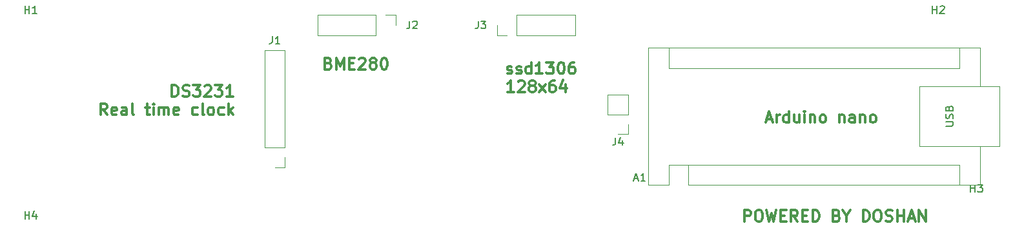
<source format=gto>
G04 #@! TF.GenerationSoftware,KiCad,Pcbnew,7.0.5*
G04 #@! TF.CreationDate,2023-07-11T17:47:05+06:00*
G04 #@! TF.ProjectId,Meteo_braslet,4d657465-6f5f-4627-9261-736c65742e6b,rev?*
G04 #@! TF.SameCoordinates,Original*
G04 #@! TF.FileFunction,Legend,Top*
G04 #@! TF.FilePolarity,Positive*
%FSLAX46Y46*%
G04 Gerber Fmt 4.6, Leading zero omitted, Abs format (unit mm)*
G04 Created by KiCad (PCBNEW 7.0.5) date 2023-07-11 17:47:05*
%MOMM*%
%LPD*%
G01*
G04 APERTURE LIST*
%ADD10C,0.300000*%
%ADD11C,0.150000*%
%ADD12C,0.120000*%
%ADD13C,2.500000*%
%ADD14R,1.700000X1.700000*%
%ADD15O,1.700000X1.700000*%
%ADD16R,1.600000X1.600000*%
%ADD17O,1.600000X1.600000*%
G04 APERTURE END LIST*
D10*
X134554510Y-65800828D02*
X134554510Y-64300828D01*
X134554510Y-64300828D02*
X135125939Y-64300828D01*
X135125939Y-64300828D02*
X135268796Y-64372257D01*
X135268796Y-64372257D02*
X135340225Y-64443685D01*
X135340225Y-64443685D02*
X135411653Y-64586542D01*
X135411653Y-64586542D02*
X135411653Y-64800828D01*
X135411653Y-64800828D02*
X135340225Y-64943685D01*
X135340225Y-64943685D02*
X135268796Y-65015114D01*
X135268796Y-65015114D02*
X135125939Y-65086542D01*
X135125939Y-65086542D02*
X134554510Y-65086542D01*
X136340225Y-64300828D02*
X136625939Y-64300828D01*
X136625939Y-64300828D02*
X136768796Y-64372257D01*
X136768796Y-64372257D02*
X136911653Y-64515114D01*
X136911653Y-64515114D02*
X136983082Y-64800828D01*
X136983082Y-64800828D02*
X136983082Y-65300828D01*
X136983082Y-65300828D02*
X136911653Y-65586542D01*
X136911653Y-65586542D02*
X136768796Y-65729400D01*
X136768796Y-65729400D02*
X136625939Y-65800828D01*
X136625939Y-65800828D02*
X136340225Y-65800828D01*
X136340225Y-65800828D02*
X136197368Y-65729400D01*
X136197368Y-65729400D02*
X136054510Y-65586542D01*
X136054510Y-65586542D02*
X135983082Y-65300828D01*
X135983082Y-65300828D02*
X135983082Y-64800828D01*
X135983082Y-64800828D02*
X136054510Y-64515114D01*
X136054510Y-64515114D02*
X136197368Y-64372257D01*
X136197368Y-64372257D02*
X136340225Y-64300828D01*
X137483082Y-64300828D02*
X137840225Y-65800828D01*
X137840225Y-65800828D02*
X138125939Y-64729400D01*
X138125939Y-64729400D02*
X138411654Y-65800828D01*
X138411654Y-65800828D02*
X138768797Y-64300828D01*
X139340225Y-65015114D02*
X139840225Y-65015114D01*
X140054511Y-65800828D02*
X139340225Y-65800828D01*
X139340225Y-65800828D02*
X139340225Y-64300828D01*
X139340225Y-64300828D02*
X140054511Y-64300828D01*
X141554511Y-65800828D02*
X141054511Y-65086542D01*
X140697368Y-65800828D02*
X140697368Y-64300828D01*
X140697368Y-64300828D02*
X141268797Y-64300828D01*
X141268797Y-64300828D02*
X141411654Y-64372257D01*
X141411654Y-64372257D02*
X141483083Y-64443685D01*
X141483083Y-64443685D02*
X141554511Y-64586542D01*
X141554511Y-64586542D02*
X141554511Y-64800828D01*
X141554511Y-64800828D02*
X141483083Y-64943685D01*
X141483083Y-64943685D02*
X141411654Y-65015114D01*
X141411654Y-65015114D02*
X141268797Y-65086542D01*
X141268797Y-65086542D02*
X140697368Y-65086542D01*
X142197368Y-65015114D02*
X142697368Y-65015114D01*
X142911654Y-65800828D02*
X142197368Y-65800828D01*
X142197368Y-65800828D02*
X142197368Y-64300828D01*
X142197368Y-64300828D02*
X142911654Y-64300828D01*
X143554511Y-65800828D02*
X143554511Y-64300828D01*
X143554511Y-64300828D02*
X143911654Y-64300828D01*
X143911654Y-64300828D02*
X144125940Y-64372257D01*
X144125940Y-64372257D02*
X144268797Y-64515114D01*
X144268797Y-64515114D02*
X144340226Y-64657971D01*
X144340226Y-64657971D02*
X144411654Y-64943685D01*
X144411654Y-64943685D02*
X144411654Y-65157971D01*
X144411654Y-65157971D02*
X144340226Y-65443685D01*
X144340226Y-65443685D02*
X144268797Y-65586542D01*
X144268797Y-65586542D02*
X144125940Y-65729400D01*
X144125940Y-65729400D02*
X143911654Y-65800828D01*
X143911654Y-65800828D02*
X143554511Y-65800828D01*
X146697368Y-65015114D02*
X146911654Y-65086542D01*
X146911654Y-65086542D02*
X146983083Y-65157971D01*
X146983083Y-65157971D02*
X147054511Y-65300828D01*
X147054511Y-65300828D02*
X147054511Y-65515114D01*
X147054511Y-65515114D02*
X146983083Y-65657971D01*
X146983083Y-65657971D02*
X146911654Y-65729400D01*
X146911654Y-65729400D02*
X146768797Y-65800828D01*
X146768797Y-65800828D02*
X146197368Y-65800828D01*
X146197368Y-65800828D02*
X146197368Y-64300828D01*
X146197368Y-64300828D02*
X146697368Y-64300828D01*
X146697368Y-64300828D02*
X146840226Y-64372257D01*
X146840226Y-64372257D02*
X146911654Y-64443685D01*
X146911654Y-64443685D02*
X146983083Y-64586542D01*
X146983083Y-64586542D02*
X146983083Y-64729400D01*
X146983083Y-64729400D02*
X146911654Y-64872257D01*
X146911654Y-64872257D02*
X146840226Y-64943685D01*
X146840226Y-64943685D02*
X146697368Y-65015114D01*
X146697368Y-65015114D02*
X146197368Y-65015114D01*
X147983083Y-65086542D02*
X147983083Y-65800828D01*
X147483083Y-64300828D02*
X147983083Y-65086542D01*
X147983083Y-65086542D02*
X148483083Y-64300828D01*
X150125939Y-65800828D02*
X150125939Y-64300828D01*
X150125939Y-64300828D02*
X150483082Y-64300828D01*
X150483082Y-64300828D02*
X150697368Y-64372257D01*
X150697368Y-64372257D02*
X150840225Y-64515114D01*
X150840225Y-64515114D02*
X150911654Y-64657971D01*
X150911654Y-64657971D02*
X150983082Y-64943685D01*
X150983082Y-64943685D02*
X150983082Y-65157971D01*
X150983082Y-65157971D02*
X150911654Y-65443685D01*
X150911654Y-65443685D02*
X150840225Y-65586542D01*
X150840225Y-65586542D02*
X150697368Y-65729400D01*
X150697368Y-65729400D02*
X150483082Y-65800828D01*
X150483082Y-65800828D02*
X150125939Y-65800828D01*
X151911654Y-64300828D02*
X152197368Y-64300828D01*
X152197368Y-64300828D02*
X152340225Y-64372257D01*
X152340225Y-64372257D02*
X152483082Y-64515114D01*
X152483082Y-64515114D02*
X152554511Y-64800828D01*
X152554511Y-64800828D02*
X152554511Y-65300828D01*
X152554511Y-65300828D02*
X152483082Y-65586542D01*
X152483082Y-65586542D02*
X152340225Y-65729400D01*
X152340225Y-65729400D02*
X152197368Y-65800828D01*
X152197368Y-65800828D02*
X151911654Y-65800828D01*
X151911654Y-65800828D02*
X151768797Y-65729400D01*
X151768797Y-65729400D02*
X151625939Y-65586542D01*
X151625939Y-65586542D02*
X151554511Y-65300828D01*
X151554511Y-65300828D02*
X151554511Y-64800828D01*
X151554511Y-64800828D02*
X151625939Y-64515114D01*
X151625939Y-64515114D02*
X151768797Y-64372257D01*
X151768797Y-64372257D02*
X151911654Y-64300828D01*
X153125940Y-65729400D02*
X153340226Y-65800828D01*
X153340226Y-65800828D02*
X153697368Y-65800828D01*
X153697368Y-65800828D02*
X153840226Y-65729400D01*
X153840226Y-65729400D02*
X153911654Y-65657971D01*
X153911654Y-65657971D02*
X153983083Y-65515114D01*
X153983083Y-65515114D02*
X153983083Y-65372257D01*
X153983083Y-65372257D02*
X153911654Y-65229400D01*
X153911654Y-65229400D02*
X153840226Y-65157971D01*
X153840226Y-65157971D02*
X153697368Y-65086542D01*
X153697368Y-65086542D02*
X153411654Y-65015114D01*
X153411654Y-65015114D02*
X153268797Y-64943685D01*
X153268797Y-64943685D02*
X153197368Y-64872257D01*
X153197368Y-64872257D02*
X153125940Y-64729400D01*
X153125940Y-64729400D02*
X153125940Y-64586542D01*
X153125940Y-64586542D02*
X153197368Y-64443685D01*
X153197368Y-64443685D02*
X153268797Y-64372257D01*
X153268797Y-64372257D02*
X153411654Y-64300828D01*
X153411654Y-64300828D02*
X153768797Y-64300828D01*
X153768797Y-64300828D02*
X153983083Y-64372257D01*
X154625939Y-65800828D02*
X154625939Y-64300828D01*
X154625939Y-65015114D02*
X155483082Y-65015114D01*
X155483082Y-65800828D02*
X155483082Y-64300828D01*
X156125940Y-65372257D02*
X156840226Y-65372257D01*
X155983083Y-65800828D02*
X156483083Y-64300828D01*
X156483083Y-64300828D02*
X156983083Y-65800828D01*
X157483082Y-65800828D02*
X157483082Y-64300828D01*
X157483082Y-64300828D02*
X158340225Y-65800828D01*
X158340225Y-65800828D02*
X158340225Y-64300828D01*
X59516919Y-49385828D02*
X59516919Y-47885828D01*
X59516919Y-47885828D02*
X59874062Y-47885828D01*
X59874062Y-47885828D02*
X60088348Y-47957257D01*
X60088348Y-47957257D02*
X60231205Y-48100114D01*
X60231205Y-48100114D02*
X60302634Y-48242971D01*
X60302634Y-48242971D02*
X60374062Y-48528685D01*
X60374062Y-48528685D02*
X60374062Y-48742971D01*
X60374062Y-48742971D02*
X60302634Y-49028685D01*
X60302634Y-49028685D02*
X60231205Y-49171542D01*
X60231205Y-49171542D02*
X60088348Y-49314400D01*
X60088348Y-49314400D02*
X59874062Y-49385828D01*
X59874062Y-49385828D02*
X59516919Y-49385828D01*
X60945491Y-49314400D02*
X61159777Y-49385828D01*
X61159777Y-49385828D02*
X61516919Y-49385828D01*
X61516919Y-49385828D02*
X61659777Y-49314400D01*
X61659777Y-49314400D02*
X61731205Y-49242971D01*
X61731205Y-49242971D02*
X61802634Y-49100114D01*
X61802634Y-49100114D02*
X61802634Y-48957257D01*
X61802634Y-48957257D02*
X61731205Y-48814400D01*
X61731205Y-48814400D02*
X61659777Y-48742971D01*
X61659777Y-48742971D02*
X61516919Y-48671542D01*
X61516919Y-48671542D02*
X61231205Y-48600114D01*
X61231205Y-48600114D02*
X61088348Y-48528685D01*
X61088348Y-48528685D02*
X61016919Y-48457257D01*
X61016919Y-48457257D02*
X60945491Y-48314400D01*
X60945491Y-48314400D02*
X60945491Y-48171542D01*
X60945491Y-48171542D02*
X61016919Y-48028685D01*
X61016919Y-48028685D02*
X61088348Y-47957257D01*
X61088348Y-47957257D02*
X61231205Y-47885828D01*
X61231205Y-47885828D02*
X61588348Y-47885828D01*
X61588348Y-47885828D02*
X61802634Y-47957257D01*
X62302633Y-47885828D02*
X63231205Y-47885828D01*
X63231205Y-47885828D02*
X62731205Y-48457257D01*
X62731205Y-48457257D02*
X62945490Y-48457257D01*
X62945490Y-48457257D02*
X63088348Y-48528685D01*
X63088348Y-48528685D02*
X63159776Y-48600114D01*
X63159776Y-48600114D02*
X63231205Y-48742971D01*
X63231205Y-48742971D02*
X63231205Y-49100114D01*
X63231205Y-49100114D02*
X63159776Y-49242971D01*
X63159776Y-49242971D02*
X63088348Y-49314400D01*
X63088348Y-49314400D02*
X62945490Y-49385828D01*
X62945490Y-49385828D02*
X62516919Y-49385828D01*
X62516919Y-49385828D02*
X62374062Y-49314400D01*
X62374062Y-49314400D02*
X62302633Y-49242971D01*
X63802633Y-48028685D02*
X63874061Y-47957257D01*
X63874061Y-47957257D02*
X64016919Y-47885828D01*
X64016919Y-47885828D02*
X64374061Y-47885828D01*
X64374061Y-47885828D02*
X64516919Y-47957257D01*
X64516919Y-47957257D02*
X64588347Y-48028685D01*
X64588347Y-48028685D02*
X64659776Y-48171542D01*
X64659776Y-48171542D02*
X64659776Y-48314400D01*
X64659776Y-48314400D02*
X64588347Y-48528685D01*
X64588347Y-48528685D02*
X63731204Y-49385828D01*
X63731204Y-49385828D02*
X64659776Y-49385828D01*
X65159775Y-47885828D02*
X66088347Y-47885828D01*
X66088347Y-47885828D02*
X65588347Y-48457257D01*
X65588347Y-48457257D02*
X65802632Y-48457257D01*
X65802632Y-48457257D02*
X65945490Y-48528685D01*
X65945490Y-48528685D02*
X66016918Y-48600114D01*
X66016918Y-48600114D02*
X66088347Y-48742971D01*
X66088347Y-48742971D02*
X66088347Y-49100114D01*
X66088347Y-49100114D02*
X66016918Y-49242971D01*
X66016918Y-49242971D02*
X65945490Y-49314400D01*
X65945490Y-49314400D02*
X65802632Y-49385828D01*
X65802632Y-49385828D02*
X65374061Y-49385828D01*
X65374061Y-49385828D02*
X65231204Y-49314400D01*
X65231204Y-49314400D02*
X65159775Y-49242971D01*
X67516918Y-49385828D02*
X66659775Y-49385828D01*
X67088346Y-49385828D02*
X67088346Y-47885828D01*
X67088346Y-47885828D02*
X66945489Y-48100114D01*
X66945489Y-48100114D02*
X66802632Y-48242971D01*
X66802632Y-48242971D02*
X66659775Y-48314400D01*
X51016918Y-51800828D02*
X50516918Y-51086542D01*
X50159775Y-51800828D02*
X50159775Y-50300828D01*
X50159775Y-50300828D02*
X50731204Y-50300828D01*
X50731204Y-50300828D02*
X50874061Y-50372257D01*
X50874061Y-50372257D02*
X50945490Y-50443685D01*
X50945490Y-50443685D02*
X51016918Y-50586542D01*
X51016918Y-50586542D02*
X51016918Y-50800828D01*
X51016918Y-50800828D02*
X50945490Y-50943685D01*
X50945490Y-50943685D02*
X50874061Y-51015114D01*
X50874061Y-51015114D02*
X50731204Y-51086542D01*
X50731204Y-51086542D02*
X50159775Y-51086542D01*
X52231204Y-51729400D02*
X52088347Y-51800828D01*
X52088347Y-51800828D02*
X51802633Y-51800828D01*
X51802633Y-51800828D02*
X51659775Y-51729400D01*
X51659775Y-51729400D02*
X51588347Y-51586542D01*
X51588347Y-51586542D02*
X51588347Y-51015114D01*
X51588347Y-51015114D02*
X51659775Y-50872257D01*
X51659775Y-50872257D02*
X51802633Y-50800828D01*
X51802633Y-50800828D02*
X52088347Y-50800828D01*
X52088347Y-50800828D02*
X52231204Y-50872257D01*
X52231204Y-50872257D02*
X52302633Y-51015114D01*
X52302633Y-51015114D02*
X52302633Y-51157971D01*
X52302633Y-51157971D02*
X51588347Y-51300828D01*
X53588347Y-51800828D02*
X53588347Y-51015114D01*
X53588347Y-51015114D02*
X53516918Y-50872257D01*
X53516918Y-50872257D02*
X53374061Y-50800828D01*
X53374061Y-50800828D02*
X53088347Y-50800828D01*
X53088347Y-50800828D02*
X52945489Y-50872257D01*
X53588347Y-51729400D02*
X53445489Y-51800828D01*
X53445489Y-51800828D02*
X53088347Y-51800828D01*
X53088347Y-51800828D02*
X52945489Y-51729400D01*
X52945489Y-51729400D02*
X52874061Y-51586542D01*
X52874061Y-51586542D02*
X52874061Y-51443685D01*
X52874061Y-51443685D02*
X52945489Y-51300828D01*
X52945489Y-51300828D02*
X53088347Y-51229400D01*
X53088347Y-51229400D02*
X53445489Y-51229400D01*
X53445489Y-51229400D02*
X53588347Y-51157971D01*
X54516918Y-51800828D02*
X54374061Y-51729400D01*
X54374061Y-51729400D02*
X54302632Y-51586542D01*
X54302632Y-51586542D02*
X54302632Y-50300828D01*
X56016918Y-50800828D02*
X56588346Y-50800828D01*
X56231203Y-50300828D02*
X56231203Y-51586542D01*
X56231203Y-51586542D02*
X56302632Y-51729400D01*
X56302632Y-51729400D02*
X56445489Y-51800828D01*
X56445489Y-51800828D02*
X56588346Y-51800828D01*
X57088346Y-51800828D02*
X57088346Y-50800828D01*
X57088346Y-50300828D02*
X57016918Y-50372257D01*
X57016918Y-50372257D02*
X57088346Y-50443685D01*
X57088346Y-50443685D02*
X57159775Y-50372257D01*
X57159775Y-50372257D02*
X57088346Y-50300828D01*
X57088346Y-50300828D02*
X57088346Y-50443685D01*
X57802632Y-51800828D02*
X57802632Y-50800828D01*
X57802632Y-50943685D02*
X57874061Y-50872257D01*
X57874061Y-50872257D02*
X58016918Y-50800828D01*
X58016918Y-50800828D02*
X58231204Y-50800828D01*
X58231204Y-50800828D02*
X58374061Y-50872257D01*
X58374061Y-50872257D02*
X58445490Y-51015114D01*
X58445490Y-51015114D02*
X58445490Y-51800828D01*
X58445490Y-51015114D02*
X58516918Y-50872257D01*
X58516918Y-50872257D02*
X58659775Y-50800828D01*
X58659775Y-50800828D02*
X58874061Y-50800828D01*
X58874061Y-50800828D02*
X59016918Y-50872257D01*
X59016918Y-50872257D02*
X59088347Y-51015114D01*
X59088347Y-51015114D02*
X59088347Y-51800828D01*
X60374061Y-51729400D02*
X60231204Y-51800828D01*
X60231204Y-51800828D02*
X59945490Y-51800828D01*
X59945490Y-51800828D02*
X59802632Y-51729400D01*
X59802632Y-51729400D02*
X59731204Y-51586542D01*
X59731204Y-51586542D02*
X59731204Y-51015114D01*
X59731204Y-51015114D02*
X59802632Y-50872257D01*
X59802632Y-50872257D02*
X59945490Y-50800828D01*
X59945490Y-50800828D02*
X60231204Y-50800828D01*
X60231204Y-50800828D02*
X60374061Y-50872257D01*
X60374061Y-50872257D02*
X60445490Y-51015114D01*
X60445490Y-51015114D02*
X60445490Y-51157971D01*
X60445490Y-51157971D02*
X59731204Y-51300828D01*
X62874061Y-51729400D02*
X62731203Y-51800828D01*
X62731203Y-51800828D02*
X62445489Y-51800828D01*
X62445489Y-51800828D02*
X62302632Y-51729400D01*
X62302632Y-51729400D02*
X62231203Y-51657971D01*
X62231203Y-51657971D02*
X62159775Y-51515114D01*
X62159775Y-51515114D02*
X62159775Y-51086542D01*
X62159775Y-51086542D02*
X62231203Y-50943685D01*
X62231203Y-50943685D02*
X62302632Y-50872257D01*
X62302632Y-50872257D02*
X62445489Y-50800828D01*
X62445489Y-50800828D02*
X62731203Y-50800828D01*
X62731203Y-50800828D02*
X62874061Y-50872257D01*
X63731203Y-51800828D02*
X63588346Y-51729400D01*
X63588346Y-51729400D02*
X63516917Y-51586542D01*
X63516917Y-51586542D02*
X63516917Y-50300828D01*
X64516917Y-51800828D02*
X64374060Y-51729400D01*
X64374060Y-51729400D02*
X64302631Y-51657971D01*
X64302631Y-51657971D02*
X64231203Y-51515114D01*
X64231203Y-51515114D02*
X64231203Y-51086542D01*
X64231203Y-51086542D02*
X64302631Y-50943685D01*
X64302631Y-50943685D02*
X64374060Y-50872257D01*
X64374060Y-50872257D02*
X64516917Y-50800828D01*
X64516917Y-50800828D02*
X64731203Y-50800828D01*
X64731203Y-50800828D02*
X64874060Y-50872257D01*
X64874060Y-50872257D02*
X64945489Y-50943685D01*
X64945489Y-50943685D02*
X65016917Y-51086542D01*
X65016917Y-51086542D02*
X65016917Y-51515114D01*
X65016917Y-51515114D02*
X64945489Y-51657971D01*
X64945489Y-51657971D02*
X64874060Y-51729400D01*
X64874060Y-51729400D02*
X64731203Y-51800828D01*
X64731203Y-51800828D02*
X64516917Y-51800828D01*
X66302632Y-51729400D02*
X66159774Y-51800828D01*
X66159774Y-51800828D02*
X65874060Y-51800828D01*
X65874060Y-51800828D02*
X65731203Y-51729400D01*
X65731203Y-51729400D02*
X65659774Y-51657971D01*
X65659774Y-51657971D02*
X65588346Y-51515114D01*
X65588346Y-51515114D02*
X65588346Y-51086542D01*
X65588346Y-51086542D02*
X65659774Y-50943685D01*
X65659774Y-50943685D02*
X65731203Y-50872257D01*
X65731203Y-50872257D02*
X65874060Y-50800828D01*
X65874060Y-50800828D02*
X66159774Y-50800828D01*
X66159774Y-50800828D02*
X66302632Y-50872257D01*
X66945488Y-51800828D02*
X66945488Y-50300828D01*
X67088346Y-51229400D02*
X67516917Y-51800828D01*
X67516917Y-50800828D02*
X66945488Y-51372257D01*
X80054510Y-45015114D02*
X80268796Y-45086542D01*
X80268796Y-45086542D02*
X80340225Y-45157971D01*
X80340225Y-45157971D02*
X80411653Y-45300828D01*
X80411653Y-45300828D02*
X80411653Y-45515114D01*
X80411653Y-45515114D02*
X80340225Y-45657971D01*
X80340225Y-45657971D02*
X80268796Y-45729400D01*
X80268796Y-45729400D02*
X80125939Y-45800828D01*
X80125939Y-45800828D02*
X79554510Y-45800828D01*
X79554510Y-45800828D02*
X79554510Y-44300828D01*
X79554510Y-44300828D02*
X80054510Y-44300828D01*
X80054510Y-44300828D02*
X80197368Y-44372257D01*
X80197368Y-44372257D02*
X80268796Y-44443685D01*
X80268796Y-44443685D02*
X80340225Y-44586542D01*
X80340225Y-44586542D02*
X80340225Y-44729400D01*
X80340225Y-44729400D02*
X80268796Y-44872257D01*
X80268796Y-44872257D02*
X80197368Y-44943685D01*
X80197368Y-44943685D02*
X80054510Y-45015114D01*
X80054510Y-45015114D02*
X79554510Y-45015114D01*
X81054510Y-45800828D02*
X81054510Y-44300828D01*
X81054510Y-44300828D02*
X81554510Y-45372257D01*
X81554510Y-45372257D02*
X82054510Y-44300828D01*
X82054510Y-44300828D02*
X82054510Y-45800828D01*
X82768796Y-45015114D02*
X83268796Y-45015114D01*
X83483082Y-45800828D02*
X82768796Y-45800828D01*
X82768796Y-45800828D02*
X82768796Y-44300828D01*
X82768796Y-44300828D02*
X83483082Y-44300828D01*
X84054511Y-44443685D02*
X84125939Y-44372257D01*
X84125939Y-44372257D02*
X84268797Y-44300828D01*
X84268797Y-44300828D02*
X84625939Y-44300828D01*
X84625939Y-44300828D02*
X84768797Y-44372257D01*
X84768797Y-44372257D02*
X84840225Y-44443685D01*
X84840225Y-44443685D02*
X84911654Y-44586542D01*
X84911654Y-44586542D02*
X84911654Y-44729400D01*
X84911654Y-44729400D02*
X84840225Y-44943685D01*
X84840225Y-44943685D02*
X83983082Y-45800828D01*
X83983082Y-45800828D02*
X84911654Y-45800828D01*
X85768796Y-44943685D02*
X85625939Y-44872257D01*
X85625939Y-44872257D02*
X85554510Y-44800828D01*
X85554510Y-44800828D02*
X85483082Y-44657971D01*
X85483082Y-44657971D02*
X85483082Y-44586542D01*
X85483082Y-44586542D02*
X85554510Y-44443685D01*
X85554510Y-44443685D02*
X85625939Y-44372257D01*
X85625939Y-44372257D02*
X85768796Y-44300828D01*
X85768796Y-44300828D02*
X86054510Y-44300828D01*
X86054510Y-44300828D02*
X86197368Y-44372257D01*
X86197368Y-44372257D02*
X86268796Y-44443685D01*
X86268796Y-44443685D02*
X86340225Y-44586542D01*
X86340225Y-44586542D02*
X86340225Y-44657971D01*
X86340225Y-44657971D02*
X86268796Y-44800828D01*
X86268796Y-44800828D02*
X86197368Y-44872257D01*
X86197368Y-44872257D02*
X86054510Y-44943685D01*
X86054510Y-44943685D02*
X85768796Y-44943685D01*
X85768796Y-44943685D02*
X85625939Y-45015114D01*
X85625939Y-45015114D02*
X85554510Y-45086542D01*
X85554510Y-45086542D02*
X85483082Y-45229400D01*
X85483082Y-45229400D02*
X85483082Y-45515114D01*
X85483082Y-45515114D02*
X85554510Y-45657971D01*
X85554510Y-45657971D02*
X85625939Y-45729400D01*
X85625939Y-45729400D02*
X85768796Y-45800828D01*
X85768796Y-45800828D02*
X86054510Y-45800828D01*
X86054510Y-45800828D02*
X86197368Y-45729400D01*
X86197368Y-45729400D02*
X86268796Y-45657971D01*
X86268796Y-45657971D02*
X86340225Y-45515114D01*
X86340225Y-45515114D02*
X86340225Y-45229400D01*
X86340225Y-45229400D02*
X86268796Y-45086542D01*
X86268796Y-45086542D02*
X86197368Y-45015114D01*
X86197368Y-45015114D02*
X86054510Y-44943685D01*
X87268796Y-44300828D02*
X87411653Y-44300828D01*
X87411653Y-44300828D02*
X87554510Y-44372257D01*
X87554510Y-44372257D02*
X87625939Y-44443685D01*
X87625939Y-44443685D02*
X87697367Y-44586542D01*
X87697367Y-44586542D02*
X87768796Y-44872257D01*
X87768796Y-44872257D02*
X87768796Y-45229400D01*
X87768796Y-45229400D02*
X87697367Y-45515114D01*
X87697367Y-45515114D02*
X87625939Y-45657971D01*
X87625939Y-45657971D02*
X87554510Y-45729400D01*
X87554510Y-45729400D02*
X87411653Y-45800828D01*
X87411653Y-45800828D02*
X87268796Y-45800828D01*
X87268796Y-45800828D02*
X87125939Y-45729400D01*
X87125939Y-45729400D02*
X87054510Y-45657971D01*
X87054510Y-45657971D02*
X86983081Y-45515114D01*
X86983081Y-45515114D02*
X86911653Y-45229400D01*
X86911653Y-45229400D02*
X86911653Y-44872257D01*
X86911653Y-44872257D02*
X86983081Y-44586542D01*
X86983081Y-44586542D02*
X87054510Y-44443685D01*
X87054510Y-44443685D02*
X87125939Y-44372257D01*
X87125939Y-44372257D02*
X87268796Y-44300828D01*
X103483082Y-46314400D02*
X103625939Y-46385828D01*
X103625939Y-46385828D02*
X103911653Y-46385828D01*
X103911653Y-46385828D02*
X104054510Y-46314400D01*
X104054510Y-46314400D02*
X104125939Y-46171542D01*
X104125939Y-46171542D02*
X104125939Y-46100114D01*
X104125939Y-46100114D02*
X104054510Y-45957257D01*
X104054510Y-45957257D02*
X103911653Y-45885828D01*
X103911653Y-45885828D02*
X103697368Y-45885828D01*
X103697368Y-45885828D02*
X103554510Y-45814400D01*
X103554510Y-45814400D02*
X103483082Y-45671542D01*
X103483082Y-45671542D02*
X103483082Y-45600114D01*
X103483082Y-45600114D02*
X103554510Y-45457257D01*
X103554510Y-45457257D02*
X103697368Y-45385828D01*
X103697368Y-45385828D02*
X103911653Y-45385828D01*
X103911653Y-45385828D02*
X104054510Y-45457257D01*
X104697368Y-46314400D02*
X104840225Y-46385828D01*
X104840225Y-46385828D02*
X105125939Y-46385828D01*
X105125939Y-46385828D02*
X105268796Y-46314400D01*
X105268796Y-46314400D02*
X105340225Y-46171542D01*
X105340225Y-46171542D02*
X105340225Y-46100114D01*
X105340225Y-46100114D02*
X105268796Y-45957257D01*
X105268796Y-45957257D02*
X105125939Y-45885828D01*
X105125939Y-45885828D02*
X104911654Y-45885828D01*
X104911654Y-45885828D02*
X104768796Y-45814400D01*
X104768796Y-45814400D02*
X104697368Y-45671542D01*
X104697368Y-45671542D02*
X104697368Y-45600114D01*
X104697368Y-45600114D02*
X104768796Y-45457257D01*
X104768796Y-45457257D02*
X104911654Y-45385828D01*
X104911654Y-45385828D02*
X105125939Y-45385828D01*
X105125939Y-45385828D02*
X105268796Y-45457257D01*
X106625940Y-46385828D02*
X106625940Y-44885828D01*
X106625940Y-46314400D02*
X106483082Y-46385828D01*
X106483082Y-46385828D02*
X106197368Y-46385828D01*
X106197368Y-46385828D02*
X106054511Y-46314400D01*
X106054511Y-46314400D02*
X105983082Y-46242971D01*
X105983082Y-46242971D02*
X105911654Y-46100114D01*
X105911654Y-46100114D02*
X105911654Y-45671542D01*
X105911654Y-45671542D02*
X105983082Y-45528685D01*
X105983082Y-45528685D02*
X106054511Y-45457257D01*
X106054511Y-45457257D02*
X106197368Y-45385828D01*
X106197368Y-45385828D02*
X106483082Y-45385828D01*
X106483082Y-45385828D02*
X106625940Y-45457257D01*
X108125940Y-46385828D02*
X107268797Y-46385828D01*
X107697368Y-46385828D02*
X107697368Y-44885828D01*
X107697368Y-44885828D02*
X107554511Y-45100114D01*
X107554511Y-45100114D02*
X107411654Y-45242971D01*
X107411654Y-45242971D02*
X107268797Y-45314400D01*
X108625939Y-44885828D02*
X109554511Y-44885828D01*
X109554511Y-44885828D02*
X109054511Y-45457257D01*
X109054511Y-45457257D02*
X109268796Y-45457257D01*
X109268796Y-45457257D02*
X109411654Y-45528685D01*
X109411654Y-45528685D02*
X109483082Y-45600114D01*
X109483082Y-45600114D02*
X109554511Y-45742971D01*
X109554511Y-45742971D02*
X109554511Y-46100114D01*
X109554511Y-46100114D02*
X109483082Y-46242971D01*
X109483082Y-46242971D02*
X109411654Y-46314400D01*
X109411654Y-46314400D02*
X109268796Y-46385828D01*
X109268796Y-46385828D02*
X108840225Y-46385828D01*
X108840225Y-46385828D02*
X108697368Y-46314400D01*
X108697368Y-46314400D02*
X108625939Y-46242971D01*
X110483082Y-44885828D02*
X110625939Y-44885828D01*
X110625939Y-44885828D02*
X110768796Y-44957257D01*
X110768796Y-44957257D02*
X110840225Y-45028685D01*
X110840225Y-45028685D02*
X110911653Y-45171542D01*
X110911653Y-45171542D02*
X110983082Y-45457257D01*
X110983082Y-45457257D02*
X110983082Y-45814400D01*
X110983082Y-45814400D02*
X110911653Y-46100114D01*
X110911653Y-46100114D02*
X110840225Y-46242971D01*
X110840225Y-46242971D02*
X110768796Y-46314400D01*
X110768796Y-46314400D02*
X110625939Y-46385828D01*
X110625939Y-46385828D02*
X110483082Y-46385828D01*
X110483082Y-46385828D02*
X110340225Y-46314400D01*
X110340225Y-46314400D02*
X110268796Y-46242971D01*
X110268796Y-46242971D02*
X110197367Y-46100114D01*
X110197367Y-46100114D02*
X110125939Y-45814400D01*
X110125939Y-45814400D02*
X110125939Y-45457257D01*
X110125939Y-45457257D02*
X110197367Y-45171542D01*
X110197367Y-45171542D02*
X110268796Y-45028685D01*
X110268796Y-45028685D02*
X110340225Y-44957257D01*
X110340225Y-44957257D02*
X110483082Y-44885828D01*
X112268796Y-44885828D02*
X111983081Y-44885828D01*
X111983081Y-44885828D02*
X111840224Y-44957257D01*
X111840224Y-44957257D02*
X111768796Y-45028685D01*
X111768796Y-45028685D02*
X111625938Y-45242971D01*
X111625938Y-45242971D02*
X111554510Y-45528685D01*
X111554510Y-45528685D02*
X111554510Y-46100114D01*
X111554510Y-46100114D02*
X111625938Y-46242971D01*
X111625938Y-46242971D02*
X111697367Y-46314400D01*
X111697367Y-46314400D02*
X111840224Y-46385828D01*
X111840224Y-46385828D02*
X112125938Y-46385828D01*
X112125938Y-46385828D02*
X112268796Y-46314400D01*
X112268796Y-46314400D02*
X112340224Y-46242971D01*
X112340224Y-46242971D02*
X112411653Y-46100114D01*
X112411653Y-46100114D02*
X112411653Y-45742971D01*
X112411653Y-45742971D02*
X112340224Y-45600114D01*
X112340224Y-45600114D02*
X112268796Y-45528685D01*
X112268796Y-45528685D02*
X112125938Y-45457257D01*
X112125938Y-45457257D02*
X111840224Y-45457257D01*
X111840224Y-45457257D02*
X111697367Y-45528685D01*
X111697367Y-45528685D02*
X111625938Y-45600114D01*
X111625938Y-45600114D02*
X111554510Y-45742971D01*
X104340225Y-48800828D02*
X103483082Y-48800828D01*
X103911653Y-48800828D02*
X103911653Y-47300828D01*
X103911653Y-47300828D02*
X103768796Y-47515114D01*
X103768796Y-47515114D02*
X103625939Y-47657971D01*
X103625939Y-47657971D02*
X103483082Y-47729400D01*
X104911653Y-47443685D02*
X104983081Y-47372257D01*
X104983081Y-47372257D02*
X105125939Y-47300828D01*
X105125939Y-47300828D02*
X105483081Y-47300828D01*
X105483081Y-47300828D02*
X105625939Y-47372257D01*
X105625939Y-47372257D02*
X105697367Y-47443685D01*
X105697367Y-47443685D02*
X105768796Y-47586542D01*
X105768796Y-47586542D02*
X105768796Y-47729400D01*
X105768796Y-47729400D02*
X105697367Y-47943685D01*
X105697367Y-47943685D02*
X104840224Y-48800828D01*
X104840224Y-48800828D02*
X105768796Y-48800828D01*
X106625938Y-47943685D02*
X106483081Y-47872257D01*
X106483081Y-47872257D02*
X106411652Y-47800828D01*
X106411652Y-47800828D02*
X106340224Y-47657971D01*
X106340224Y-47657971D02*
X106340224Y-47586542D01*
X106340224Y-47586542D02*
X106411652Y-47443685D01*
X106411652Y-47443685D02*
X106483081Y-47372257D01*
X106483081Y-47372257D02*
X106625938Y-47300828D01*
X106625938Y-47300828D02*
X106911652Y-47300828D01*
X106911652Y-47300828D02*
X107054510Y-47372257D01*
X107054510Y-47372257D02*
X107125938Y-47443685D01*
X107125938Y-47443685D02*
X107197367Y-47586542D01*
X107197367Y-47586542D02*
X107197367Y-47657971D01*
X107197367Y-47657971D02*
X107125938Y-47800828D01*
X107125938Y-47800828D02*
X107054510Y-47872257D01*
X107054510Y-47872257D02*
X106911652Y-47943685D01*
X106911652Y-47943685D02*
X106625938Y-47943685D01*
X106625938Y-47943685D02*
X106483081Y-48015114D01*
X106483081Y-48015114D02*
X106411652Y-48086542D01*
X106411652Y-48086542D02*
X106340224Y-48229400D01*
X106340224Y-48229400D02*
X106340224Y-48515114D01*
X106340224Y-48515114D02*
X106411652Y-48657971D01*
X106411652Y-48657971D02*
X106483081Y-48729400D01*
X106483081Y-48729400D02*
X106625938Y-48800828D01*
X106625938Y-48800828D02*
X106911652Y-48800828D01*
X106911652Y-48800828D02*
X107054510Y-48729400D01*
X107054510Y-48729400D02*
X107125938Y-48657971D01*
X107125938Y-48657971D02*
X107197367Y-48515114D01*
X107197367Y-48515114D02*
X107197367Y-48229400D01*
X107197367Y-48229400D02*
X107125938Y-48086542D01*
X107125938Y-48086542D02*
X107054510Y-48015114D01*
X107054510Y-48015114D02*
X106911652Y-47943685D01*
X107697366Y-48800828D02*
X108483081Y-47800828D01*
X107697366Y-47800828D02*
X108483081Y-48800828D01*
X109697367Y-47300828D02*
X109411652Y-47300828D01*
X109411652Y-47300828D02*
X109268795Y-47372257D01*
X109268795Y-47372257D02*
X109197367Y-47443685D01*
X109197367Y-47443685D02*
X109054509Y-47657971D01*
X109054509Y-47657971D02*
X108983081Y-47943685D01*
X108983081Y-47943685D02*
X108983081Y-48515114D01*
X108983081Y-48515114D02*
X109054509Y-48657971D01*
X109054509Y-48657971D02*
X109125938Y-48729400D01*
X109125938Y-48729400D02*
X109268795Y-48800828D01*
X109268795Y-48800828D02*
X109554509Y-48800828D01*
X109554509Y-48800828D02*
X109697367Y-48729400D01*
X109697367Y-48729400D02*
X109768795Y-48657971D01*
X109768795Y-48657971D02*
X109840224Y-48515114D01*
X109840224Y-48515114D02*
X109840224Y-48157971D01*
X109840224Y-48157971D02*
X109768795Y-48015114D01*
X109768795Y-48015114D02*
X109697367Y-47943685D01*
X109697367Y-47943685D02*
X109554509Y-47872257D01*
X109554509Y-47872257D02*
X109268795Y-47872257D01*
X109268795Y-47872257D02*
X109125938Y-47943685D01*
X109125938Y-47943685D02*
X109054509Y-48015114D01*
X109054509Y-48015114D02*
X108983081Y-48157971D01*
X111125938Y-47800828D02*
X111125938Y-48800828D01*
X110768795Y-47229400D02*
X110411652Y-48300828D01*
X110411652Y-48300828D02*
X111340223Y-48300828D01*
X137483082Y-52372257D02*
X138197368Y-52372257D01*
X137340225Y-52800828D02*
X137840225Y-51300828D01*
X137840225Y-51300828D02*
X138340225Y-52800828D01*
X138840224Y-52800828D02*
X138840224Y-51800828D01*
X138840224Y-52086542D02*
X138911653Y-51943685D01*
X138911653Y-51943685D02*
X138983082Y-51872257D01*
X138983082Y-51872257D02*
X139125939Y-51800828D01*
X139125939Y-51800828D02*
X139268796Y-51800828D01*
X140411653Y-52800828D02*
X140411653Y-51300828D01*
X140411653Y-52729400D02*
X140268795Y-52800828D01*
X140268795Y-52800828D02*
X139983081Y-52800828D01*
X139983081Y-52800828D02*
X139840224Y-52729400D01*
X139840224Y-52729400D02*
X139768795Y-52657971D01*
X139768795Y-52657971D02*
X139697367Y-52515114D01*
X139697367Y-52515114D02*
X139697367Y-52086542D01*
X139697367Y-52086542D02*
X139768795Y-51943685D01*
X139768795Y-51943685D02*
X139840224Y-51872257D01*
X139840224Y-51872257D02*
X139983081Y-51800828D01*
X139983081Y-51800828D02*
X140268795Y-51800828D01*
X140268795Y-51800828D02*
X140411653Y-51872257D01*
X141768796Y-51800828D02*
X141768796Y-52800828D01*
X141125938Y-51800828D02*
X141125938Y-52586542D01*
X141125938Y-52586542D02*
X141197367Y-52729400D01*
X141197367Y-52729400D02*
X141340224Y-52800828D01*
X141340224Y-52800828D02*
X141554510Y-52800828D01*
X141554510Y-52800828D02*
X141697367Y-52729400D01*
X141697367Y-52729400D02*
X141768796Y-52657971D01*
X142483081Y-52800828D02*
X142483081Y-51800828D01*
X142483081Y-51300828D02*
X142411653Y-51372257D01*
X142411653Y-51372257D02*
X142483081Y-51443685D01*
X142483081Y-51443685D02*
X142554510Y-51372257D01*
X142554510Y-51372257D02*
X142483081Y-51300828D01*
X142483081Y-51300828D02*
X142483081Y-51443685D01*
X143197367Y-51800828D02*
X143197367Y-52800828D01*
X143197367Y-51943685D02*
X143268796Y-51872257D01*
X143268796Y-51872257D02*
X143411653Y-51800828D01*
X143411653Y-51800828D02*
X143625939Y-51800828D01*
X143625939Y-51800828D02*
X143768796Y-51872257D01*
X143768796Y-51872257D02*
X143840225Y-52015114D01*
X143840225Y-52015114D02*
X143840225Y-52800828D01*
X144768796Y-52800828D02*
X144625939Y-52729400D01*
X144625939Y-52729400D02*
X144554510Y-52657971D01*
X144554510Y-52657971D02*
X144483082Y-52515114D01*
X144483082Y-52515114D02*
X144483082Y-52086542D01*
X144483082Y-52086542D02*
X144554510Y-51943685D01*
X144554510Y-51943685D02*
X144625939Y-51872257D01*
X144625939Y-51872257D02*
X144768796Y-51800828D01*
X144768796Y-51800828D02*
X144983082Y-51800828D01*
X144983082Y-51800828D02*
X145125939Y-51872257D01*
X145125939Y-51872257D02*
X145197368Y-51943685D01*
X145197368Y-51943685D02*
X145268796Y-52086542D01*
X145268796Y-52086542D02*
X145268796Y-52515114D01*
X145268796Y-52515114D02*
X145197368Y-52657971D01*
X145197368Y-52657971D02*
X145125939Y-52729400D01*
X145125939Y-52729400D02*
X144983082Y-52800828D01*
X144983082Y-52800828D02*
X144768796Y-52800828D01*
X147054510Y-51800828D02*
X147054510Y-52800828D01*
X147054510Y-51943685D02*
X147125939Y-51872257D01*
X147125939Y-51872257D02*
X147268796Y-51800828D01*
X147268796Y-51800828D02*
X147483082Y-51800828D01*
X147483082Y-51800828D02*
X147625939Y-51872257D01*
X147625939Y-51872257D02*
X147697368Y-52015114D01*
X147697368Y-52015114D02*
X147697368Y-52800828D01*
X149054511Y-52800828D02*
X149054511Y-52015114D01*
X149054511Y-52015114D02*
X148983082Y-51872257D01*
X148983082Y-51872257D02*
X148840225Y-51800828D01*
X148840225Y-51800828D02*
X148554511Y-51800828D01*
X148554511Y-51800828D02*
X148411653Y-51872257D01*
X149054511Y-52729400D02*
X148911653Y-52800828D01*
X148911653Y-52800828D02*
X148554511Y-52800828D01*
X148554511Y-52800828D02*
X148411653Y-52729400D01*
X148411653Y-52729400D02*
X148340225Y-52586542D01*
X148340225Y-52586542D02*
X148340225Y-52443685D01*
X148340225Y-52443685D02*
X148411653Y-52300828D01*
X148411653Y-52300828D02*
X148554511Y-52229400D01*
X148554511Y-52229400D02*
X148911653Y-52229400D01*
X148911653Y-52229400D02*
X149054511Y-52157971D01*
X149768796Y-51800828D02*
X149768796Y-52800828D01*
X149768796Y-51943685D02*
X149840225Y-51872257D01*
X149840225Y-51872257D02*
X149983082Y-51800828D01*
X149983082Y-51800828D02*
X150197368Y-51800828D01*
X150197368Y-51800828D02*
X150340225Y-51872257D01*
X150340225Y-51872257D02*
X150411654Y-52015114D01*
X150411654Y-52015114D02*
X150411654Y-52800828D01*
X151340225Y-52800828D02*
X151197368Y-52729400D01*
X151197368Y-52729400D02*
X151125939Y-52657971D01*
X151125939Y-52657971D02*
X151054511Y-52515114D01*
X151054511Y-52515114D02*
X151054511Y-52086542D01*
X151054511Y-52086542D02*
X151125939Y-51943685D01*
X151125939Y-51943685D02*
X151197368Y-51872257D01*
X151197368Y-51872257D02*
X151340225Y-51800828D01*
X151340225Y-51800828D02*
X151554511Y-51800828D01*
X151554511Y-51800828D02*
X151697368Y-51872257D01*
X151697368Y-51872257D02*
X151768797Y-51943685D01*
X151768797Y-51943685D02*
X151840225Y-52086542D01*
X151840225Y-52086542D02*
X151840225Y-52515114D01*
X151840225Y-52515114D02*
X151768797Y-52657971D01*
X151768797Y-52657971D02*
X151697368Y-52729400D01*
X151697368Y-52729400D02*
X151554511Y-52800828D01*
X151554511Y-52800828D02*
X151340225Y-52800828D01*
D11*
X40238095Y-65454819D02*
X40238095Y-64454819D01*
X40238095Y-64931009D02*
X40809523Y-64931009D01*
X40809523Y-65454819D02*
X40809523Y-64454819D01*
X41714285Y-64788152D02*
X41714285Y-65454819D01*
X41476190Y-64407200D02*
X41238095Y-65121485D01*
X41238095Y-65121485D02*
X41857142Y-65121485D01*
X164238095Y-61954819D02*
X164238095Y-60954819D01*
X164238095Y-61431009D02*
X164809523Y-61431009D01*
X164809523Y-61954819D02*
X164809523Y-60954819D01*
X165190476Y-60954819D02*
X165809523Y-60954819D01*
X165809523Y-60954819D02*
X165476190Y-61335771D01*
X165476190Y-61335771D02*
X165619047Y-61335771D01*
X165619047Y-61335771D02*
X165714285Y-61383390D01*
X165714285Y-61383390D02*
X165761904Y-61431009D01*
X165761904Y-61431009D02*
X165809523Y-61526247D01*
X165809523Y-61526247D02*
X165809523Y-61764342D01*
X165809523Y-61764342D02*
X165761904Y-61859580D01*
X165761904Y-61859580D02*
X165714285Y-61907200D01*
X165714285Y-61907200D02*
X165619047Y-61954819D01*
X165619047Y-61954819D02*
X165333333Y-61954819D01*
X165333333Y-61954819D02*
X165238095Y-61907200D01*
X165238095Y-61907200D02*
X165190476Y-61859580D01*
X159238095Y-38454819D02*
X159238095Y-37454819D01*
X159238095Y-37931009D02*
X159809523Y-37931009D01*
X159809523Y-38454819D02*
X159809523Y-37454819D01*
X160238095Y-37550057D02*
X160285714Y-37502438D01*
X160285714Y-37502438D02*
X160380952Y-37454819D01*
X160380952Y-37454819D02*
X160619047Y-37454819D01*
X160619047Y-37454819D02*
X160714285Y-37502438D01*
X160714285Y-37502438D02*
X160761904Y-37550057D01*
X160761904Y-37550057D02*
X160809523Y-37645295D01*
X160809523Y-37645295D02*
X160809523Y-37740533D01*
X160809523Y-37740533D02*
X160761904Y-37883390D01*
X160761904Y-37883390D02*
X160190476Y-38454819D01*
X160190476Y-38454819D02*
X160809523Y-38454819D01*
X40238095Y-38454819D02*
X40238095Y-37454819D01*
X40238095Y-37931009D02*
X40809523Y-37931009D01*
X40809523Y-38454819D02*
X40809523Y-37454819D01*
X41809523Y-38454819D02*
X41238095Y-38454819D01*
X41523809Y-38454819D02*
X41523809Y-37454819D01*
X41523809Y-37454819D02*
X41428571Y-37597676D01*
X41428571Y-37597676D02*
X41333333Y-37692914D01*
X41333333Y-37692914D02*
X41238095Y-37740533D01*
X117666666Y-54784819D02*
X117666666Y-55499104D01*
X117666666Y-55499104D02*
X117619047Y-55641961D01*
X117619047Y-55641961D02*
X117523809Y-55737200D01*
X117523809Y-55737200D02*
X117380952Y-55784819D01*
X117380952Y-55784819D02*
X117285714Y-55784819D01*
X118571428Y-55118152D02*
X118571428Y-55784819D01*
X118333333Y-54737200D02*
X118095238Y-55451485D01*
X118095238Y-55451485D02*
X118714285Y-55451485D01*
X99666666Y-39454819D02*
X99666666Y-40169104D01*
X99666666Y-40169104D02*
X99619047Y-40311961D01*
X99619047Y-40311961D02*
X99523809Y-40407200D01*
X99523809Y-40407200D02*
X99380952Y-40454819D01*
X99380952Y-40454819D02*
X99285714Y-40454819D01*
X100047619Y-39454819D02*
X100666666Y-39454819D01*
X100666666Y-39454819D02*
X100333333Y-39835771D01*
X100333333Y-39835771D02*
X100476190Y-39835771D01*
X100476190Y-39835771D02*
X100571428Y-39883390D01*
X100571428Y-39883390D02*
X100619047Y-39931009D01*
X100619047Y-39931009D02*
X100666666Y-40026247D01*
X100666666Y-40026247D02*
X100666666Y-40264342D01*
X100666666Y-40264342D02*
X100619047Y-40359580D01*
X100619047Y-40359580D02*
X100571428Y-40407200D01*
X100571428Y-40407200D02*
X100476190Y-40454819D01*
X100476190Y-40454819D02*
X100190476Y-40454819D01*
X100190476Y-40454819D02*
X100095238Y-40407200D01*
X100095238Y-40407200D02*
X100047619Y-40359580D01*
X90666666Y-39454819D02*
X90666666Y-40169104D01*
X90666666Y-40169104D02*
X90619047Y-40311961D01*
X90619047Y-40311961D02*
X90523809Y-40407200D01*
X90523809Y-40407200D02*
X90380952Y-40454819D01*
X90380952Y-40454819D02*
X90285714Y-40454819D01*
X91095238Y-39550057D02*
X91142857Y-39502438D01*
X91142857Y-39502438D02*
X91238095Y-39454819D01*
X91238095Y-39454819D02*
X91476190Y-39454819D01*
X91476190Y-39454819D02*
X91571428Y-39502438D01*
X91571428Y-39502438D02*
X91619047Y-39550057D01*
X91619047Y-39550057D02*
X91666666Y-39645295D01*
X91666666Y-39645295D02*
X91666666Y-39740533D01*
X91666666Y-39740533D02*
X91619047Y-39883390D01*
X91619047Y-39883390D02*
X91047619Y-40454819D01*
X91047619Y-40454819D02*
X91666666Y-40454819D01*
X72666666Y-41454819D02*
X72666666Y-42169104D01*
X72666666Y-42169104D02*
X72619047Y-42311961D01*
X72619047Y-42311961D02*
X72523809Y-42407200D01*
X72523809Y-42407200D02*
X72380952Y-42454819D01*
X72380952Y-42454819D02*
X72285714Y-42454819D01*
X73666666Y-42454819D02*
X73095238Y-42454819D01*
X73380952Y-42454819D02*
X73380952Y-41454819D01*
X73380952Y-41454819D02*
X73285714Y-41597676D01*
X73285714Y-41597676D02*
X73190476Y-41692914D01*
X73190476Y-41692914D02*
X73095238Y-41740533D01*
X120155714Y-60169104D02*
X120631904Y-60169104D01*
X120060476Y-60454819D02*
X120393809Y-59454819D01*
X120393809Y-59454819D02*
X120727142Y-60454819D01*
X121584285Y-60454819D02*
X121012857Y-60454819D01*
X121298571Y-60454819D02*
X121298571Y-59454819D01*
X121298571Y-59454819D02*
X121203333Y-59597676D01*
X121203333Y-59597676D02*
X121108095Y-59692914D01*
X121108095Y-59692914D02*
X121012857Y-59740533D01*
X160964819Y-53251904D02*
X161774342Y-53251904D01*
X161774342Y-53251904D02*
X161869580Y-53204285D01*
X161869580Y-53204285D02*
X161917200Y-53156666D01*
X161917200Y-53156666D02*
X161964819Y-53061428D01*
X161964819Y-53061428D02*
X161964819Y-52870952D01*
X161964819Y-52870952D02*
X161917200Y-52775714D01*
X161917200Y-52775714D02*
X161869580Y-52728095D01*
X161869580Y-52728095D02*
X161774342Y-52680476D01*
X161774342Y-52680476D02*
X160964819Y-52680476D01*
X161917200Y-52251904D02*
X161964819Y-52109047D01*
X161964819Y-52109047D02*
X161964819Y-51870952D01*
X161964819Y-51870952D02*
X161917200Y-51775714D01*
X161917200Y-51775714D02*
X161869580Y-51728095D01*
X161869580Y-51728095D02*
X161774342Y-51680476D01*
X161774342Y-51680476D02*
X161679104Y-51680476D01*
X161679104Y-51680476D02*
X161583866Y-51728095D01*
X161583866Y-51728095D02*
X161536247Y-51775714D01*
X161536247Y-51775714D02*
X161488628Y-51870952D01*
X161488628Y-51870952D02*
X161441009Y-52061428D01*
X161441009Y-52061428D02*
X161393390Y-52156666D01*
X161393390Y-52156666D02*
X161345771Y-52204285D01*
X161345771Y-52204285D02*
X161250533Y-52251904D01*
X161250533Y-52251904D02*
X161155295Y-52251904D01*
X161155295Y-52251904D02*
X161060057Y-52204285D01*
X161060057Y-52204285D02*
X161012438Y-52156666D01*
X161012438Y-52156666D02*
X160964819Y-52061428D01*
X160964819Y-52061428D02*
X160964819Y-51823333D01*
X160964819Y-51823333D02*
X161012438Y-51680476D01*
X161441009Y-50918571D02*
X161488628Y-50775714D01*
X161488628Y-50775714D02*
X161536247Y-50728095D01*
X161536247Y-50728095D02*
X161631485Y-50680476D01*
X161631485Y-50680476D02*
X161774342Y-50680476D01*
X161774342Y-50680476D02*
X161869580Y-50728095D01*
X161869580Y-50728095D02*
X161917200Y-50775714D01*
X161917200Y-50775714D02*
X161964819Y-50870952D01*
X161964819Y-50870952D02*
X161964819Y-51251904D01*
X161964819Y-51251904D02*
X160964819Y-51251904D01*
X160964819Y-51251904D02*
X160964819Y-50918571D01*
X160964819Y-50918571D02*
X161012438Y-50823333D01*
X161012438Y-50823333D02*
X161060057Y-50775714D01*
X161060057Y-50775714D02*
X161155295Y-50728095D01*
X161155295Y-50728095D02*
X161250533Y-50728095D01*
X161250533Y-50728095D02*
X161345771Y-50775714D01*
X161345771Y-50775714D02*
X161393390Y-50823333D01*
X161393390Y-50823333D02*
X161441009Y-50918571D01*
X161441009Y-50918571D02*
X161441009Y-51251904D01*
D12*
X119330000Y-53000000D02*
X119330000Y-54330000D01*
X119330000Y-49130000D02*
X116670000Y-49130000D01*
X119330000Y-51730000D02*
X119330000Y-49130000D01*
X119330000Y-51730000D02*
X116670000Y-51730000D01*
X119330000Y-54330000D02*
X118000000Y-54330000D01*
X116670000Y-51730000D02*
X116670000Y-49130000D01*
X104730000Y-38670000D02*
X112410000Y-38670000D01*
X103460000Y-41330000D02*
X102130000Y-41330000D01*
X112410000Y-41330000D02*
X112410000Y-38670000D01*
X104730000Y-41330000D02*
X104730000Y-38670000D01*
X102130000Y-41330000D02*
X102130000Y-40000000D01*
X104730000Y-41330000D02*
X112410000Y-41330000D01*
X86270000Y-38670000D02*
X78590000Y-38670000D01*
X88870000Y-38670000D02*
X88870000Y-40000000D01*
X86270000Y-38670000D02*
X86270000Y-41330000D01*
X78590000Y-38670000D02*
X78590000Y-41330000D01*
X87540000Y-38670000D02*
X88870000Y-38670000D01*
X86270000Y-41330000D02*
X78590000Y-41330000D01*
X74330000Y-56080000D02*
X74330000Y-43320000D01*
X74330000Y-57350000D02*
X74330000Y-58680000D01*
X74330000Y-58680000D02*
X73000000Y-58680000D01*
X74330000Y-56080000D02*
X71670000Y-56080000D01*
X74330000Y-43320000D02*
X71670000Y-43320000D01*
X71670000Y-56080000D02*
X71670000Y-43320000D01*
X124680000Y-58340000D02*
X124680000Y-61010000D01*
X167990000Y-48050000D02*
X167990000Y-55930000D01*
X165450000Y-42970000D02*
X122010000Y-42970000D01*
X167990000Y-55930000D02*
X157570000Y-55930000D01*
X157570000Y-48050000D02*
X167990000Y-48050000D01*
X165450000Y-42970000D02*
X165450000Y-48050000D01*
X127220000Y-61010000D02*
X165450000Y-61010000D01*
X162780000Y-58340000D02*
X162780000Y-61010000D01*
X124680000Y-45640000D02*
X162780000Y-45640000D01*
X127220000Y-58340000D02*
X124680000Y-58340000D01*
X162780000Y-45640000D02*
X162780000Y-42970000D01*
X124680000Y-45640000D02*
X124680000Y-42970000D01*
X127220000Y-58340000D02*
X127220000Y-61010000D01*
X122010000Y-42970000D02*
X122010000Y-61010000D01*
X165450000Y-61010000D02*
X165450000Y-55930000D01*
X122010000Y-61010000D02*
X124680000Y-61010000D01*
X157570000Y-55930000D02*
X157570000Y-48050000D01*
X127220000Y-58340000D02*
X162780000Y-58340000D01*
%LPC*%
D13*
X36000000Y-65000000D03*
X165000000Y-65000000D03*
X165000000Y-38000000D03*
X36000000Y-38000000D03*
D14*
X118000000Y-53000000D03*
D15*
X118000000Y-50460000D03*
D14*
X103460000Y-40000000D03*
D15*
X106000000Y-40000000D03*
X108540000Y-40000000D03*
X111080000Y-40000000D03*
X79920000Y-40000000D03*
X82460000Y-40000000D03*
X85000000Y-40000000D03*
D14*
X87540000Y-40000000D03*
X73000000Y-57350000D03*
D15*
X73000000Y-54810000D03*
X73000000Y-52270000D03*
X73000000Y-49730000D03*
X73000000Y-47190000D03*
X73000000Y-44650000D03*
D16*
X125950000Y-59610000D03*
D17*
X128490000Y-59610000D03*
X131030000Y-59610000D03*
X133570000Y-59610000D03*
X136110000Y-59610000D03*
X138650000Y-59610000D03*
X141190000Y-59610000D03*
X143730000Y-59610000D03*
X146270000Y-59610000D03*
X148810000Y-59610000D03*
X151350000Y-59610000D03*
X153890000Y-59610000D03*
X156430000Y-59610000D03*
X158970000Y-59610000D03*
X161510000Y-59610000D03*
X161510000Y-44370000D03*
X158970000Y-44370000D03*
X156430000Y-44370000D03*
X153890000Y-44370000D03*
X151350000Y-44370000D03*
X148810000Y-44370000D03*
X146270000Y-44370000D03*
X143730000Y-44370000D03*
X141190000Y-44370000D03*
X138650000Y-44370000D03*
X136110000Y-44370000D03*
X133570000Y-44370000D03*
X131030000Y-44370000D03*
X128490000Y-44370000D03*
X125950000Y-44370000D03*
%LPD*%
M02*

</source>
